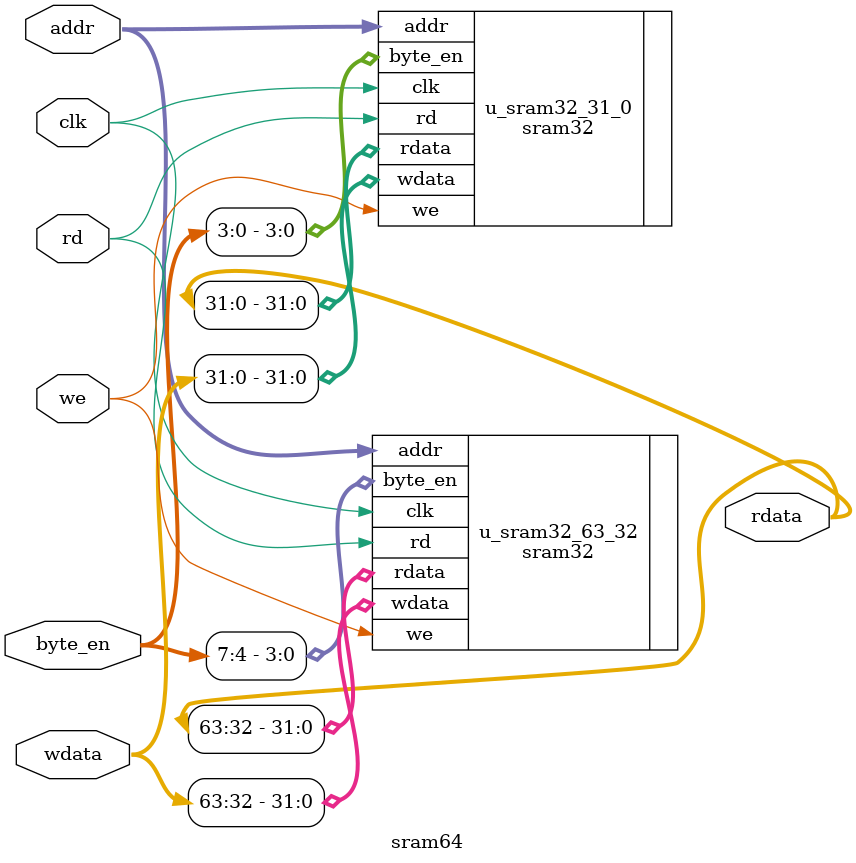
<source format=v>
`include "timescale.v"

module sram64 (
        clk, 
        rd,
        we,
        byte_en,
        addr,
        wdata,
        rdata
        );

   parameter ADDR_WIDTH =  11;

   input clk; 
   input rd;
   input we;
   input [7:0] byte_en;
   input[ADDR_WIDTH-1:0] addr;
   input[63:0] wdata; 
   output wire [63:0] rdata;

   sram32 #(ADDR_WIDTH) u_sram32_31_0(
        .clk (clk), 
        .rd (rd),
        .we (we),
        .byte_en (byte_en[3:0]),
        .addr (addr[ADDR_WIDTH-1:0]),
        .wdata (wdata[31:0]),
        .rdata (rdata[31:0])
        );

   sram32 #(ADDR_WIDTH) u_sram32_63_32(
        .clk (clk), 
        .rd (rd),
        .we  (we),
        .byte_en  (byte_en[7:4]),
        .addr (addr[ADDR_WIDTH-1:0]),
        .wdata (wdata[63:32]),
        .rdata (rdata[63:32])
        );

endmodule

</source>
